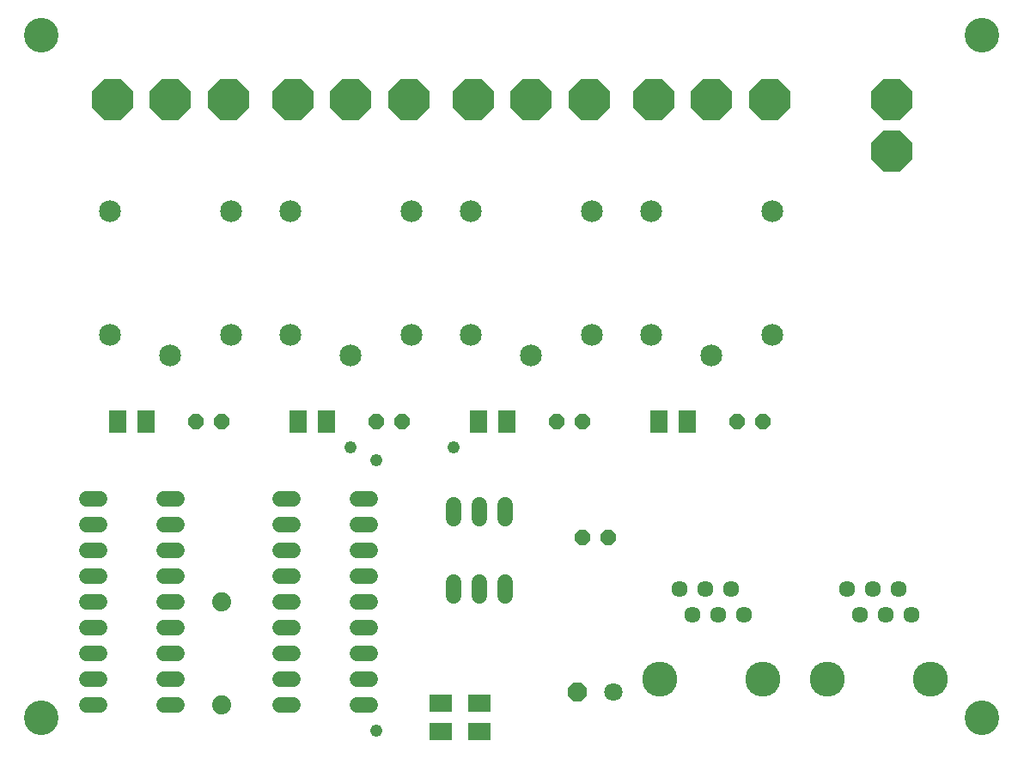
<source format=gts>
G75*
G70*
%OFA0B0*%
%FSLAX24Y24*%
%IPPOS*%
%LPD*%
%AMOC8*
5,1,8,0,0,1.08239X$1,22.5*
%
%ADD10C,0.1340*%
%ADD11R,0.0710X0.0867*%
%ADD12OC8,0.0600*%
%ADD13C,0.0634*%
%ADD14C,0.1360*%
%ADD15C,0.0600*%
%ADD16C,0.0740*%
%ADD17OC8,0.0710*%
%ADD18C,0.0710*%
%ADD19R,0.0867X0.0710*%
%ADD20C,0.0848*%
%ADD21OC8,0.1580*%
%ADD22C,0.0480*%
D10*
X003600Y001704D03*
X040100Y001704D03*
X040100Y028204D03*
X003600Y028204D03*
D11*
X006549Y013204D03*
X007651Y013204D03*
X013549Y013204D03*
X014651Y013204D03*
X020549Y013204D03*
X021651Y013204D03*
X027549Y013204D03*
X028651Y013204D03*
D12*
X030600Y013204D03*
X031600Y013204D03*
X025600Y008704D03*
X024600Y008704D03*
X024600Y013204D03*
X023600Y013204D03*
X017600Y013204D03*
X016600Y013204D03*
X010600Y013204D03*
X009600Y013204D03*
D13*
X028350Y006704D03*
X029350Y006704D03*
X030350Y006704D03*
X029850Y005704D03*
X028850Y005704D03*
X030850Y005704D03*
X034850Y006704D03*
X035850Y006704D03*
X036850Y006704D03*
X036350Y005704D03*
X037350Y005704D03*
X035350Y005704D03*
D14*
X034100Y003204D03*
X031600Y003204D03*
X027600Y003204D03*
X038100Y003204D03*
D15*
X021600Y006444D02*
X021600Y006964D01*
X020600Y006964D02*
X020600Y006444D01*
X019600Y006444D02*
X019600Y006964D01*
X019600Y009444D02*
X019600Y009964D01*
X020600Y009964D02*
X020600Y009444D01*
X021600Y009444D02*
X021600Y009964D01*
X016360Y010204D02*
X015840Y010204D01*
X015840Y009204D02*
X016360Y009204D01*
X016360Y008204D02*
X015840Y008204D01*
X015840Y007204D02*
X016360Y007204D01*
X016360Y006204D02*
X015840Y006204D01*
X015840Y005204D02*
X016360Y005204D01*
X016360Y004204D02*
X015840Y004204D01*
X015840Y003204D02*
X016360Y003204D01*
X016360Y002204D02*
X015840Y002204D01*
X013360Y002204D02*
X012840Y002204D01*
X012840Y003204D02*
X013360Y003204D01*
X013360Y004204D02*
X012840Y004204D01*
X012840Y005204D02*
X013360Y005204D01*
X013360Y006204D02*
X012840Y006204D01*
X012840Y007204D02*
X013360Y007204D01*
X013360Y008204D02*
X012840Y008204D01*
X012840Y009204D02*
X013360Y009204D01*
X013360Y010204D02*
X012840Y010204D01*
X008860Y010204D02*
X008340Y010204D01*
X008340Y009204D02*
X008860Y009204D01*
X008860Y008204D02*
X008340Y008204D01*
X008340Y007204D02*
X008860Y007204D01*
X008860Y006204D02*
X008340Y006204D01*
X008340Y005204D02*
X008860Y005204D01*
X008860Y004204D02*
X008340Y004204D01*
X008340Y003204D02*
X008860Y003204D01*
X008860Y002204D02*
X008340Y002204D01*
X005860Y002204D02*
X005340Y002204D01*
X005340Y003204D02*
X005860Y003204D01*
X005860Y004204D02*
X005340Y004204D01*
X005340Y005204D02*
X005860Y005204D01*
X005860Y006204D02*
X005340Y006204D01*
X005340Y007204D02*
X005860Y007204D01*
X005860Y008204D02*
X005340Y008204D01*
X005340Y009204D02*
X005860Y009204D01*
X005860Y010204D02*
X005340Y010204D01*
D16*
X010600Y006204D03*
X010600Y002204D03*
D17*
X024400Y002704D03*
D18*
X025800Y002704D03*
D19*
X020600Y002255D03*
X020600Y001153D03*
X019100Y001153D03*
X019100Y002255D03*
D20*
X015600Y015779D03*
X013238Y016566D03*
X010962Y016566D03*
X008600Y015779D03*
X006238Y016566D03*
X006238Y021369D03*
X010962Y021369D03*
X013238Y021369D03*
X017962Y021369D03*
X020238Y021369D03*
X024962Y021369D03*
X027238Y021369D03*
X031962Y021369D03*
X031962Y016566D03*
X029600Y015779D03*
X027238Y016566D03*
X024962Y016566D03*
X022600Y015779D03*
X020238Y016566D03*
X017962Y016566D03*
D21*
X017850Y025704D03*
X015600Y025704D03*
X013350Y025704D03*
X010850Y025704D03*
X008600Y025704D03*
X006350Y025704D03*
X020350Y025704D03*
X022600Y025704D03*
X024850Y025704D03*
X027350Y025704D03*
X029600Y025704D03*
X031850Y025704D03*
X036600Y025704D03*
X036600Y023704D03*
D22*
X019600Y012204D03*
X016600Y011704D03*
X015600Y012204D03*
X016600Y001204D03*
M02*

</source>
